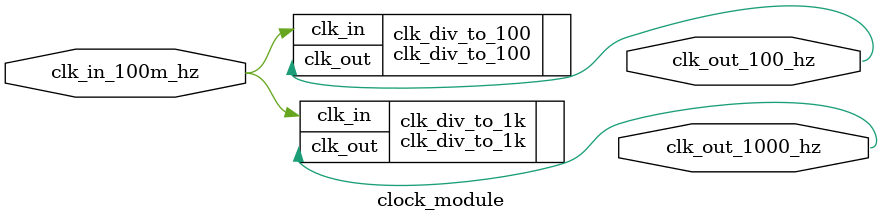
<source format=v>
`timescale 1ns / 1ps

module clock_module(clk_in_100m_hz, 
                    clk_out_1000_hz,
                    clk_out_100_hz);

  input clk_in_100m_hz;
  output clk_out_1000_hz;
  output clk_out_100_hz;

  // Do we need to buffer the input to increase the fanout?
  clk_div_to_1k clk_div_to_1k (
    .clk_in(clk_in_100m_hz),
    .clk_out(clk_out_1000_hz)
  );

  clk_div_to_100 clk_div_to_100 (
    .clk_in(clk_in_100m_hz),
    .clk_out(clk_out_100_hz)
  );

endmodule
</source>
